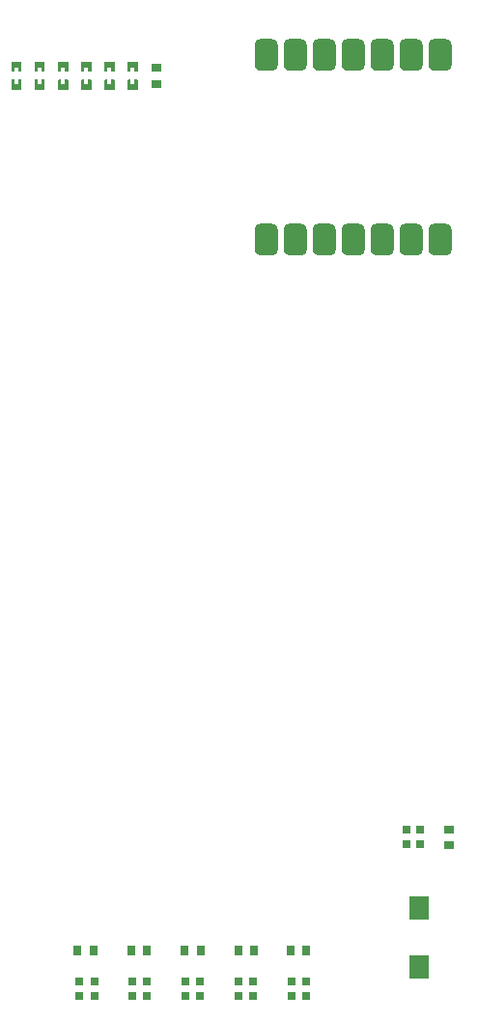
<source format=gtp>
G04 Layer: TopPasteMaskLayer*
G04 EasyEDA v6.5.15, 2022-09-14 21:09:58*
G04 b6703ba792d845058589b0d9c50fe8b8,8325645c73b1497a9d20913bdd0b9c8b,10*
G04 Gerber Generator version 0.2*
G04 Scale: 100 percent, Rotated: No, Reflected: No *
G04 Dimensions in millimeters *
G04 leading zeros omitted , absolute positions ,4 integer and 5 decimal *
%FSLAX45Y45*%
%MOMM*%

%AMMACRO1*21,1,$1,$2,0,0,$3*%
%ADD10MACRO1,1.62X2.0464X0.0000*%
%ADD11R,0.8000X0.9000*%
%ADD12R,0.8000X0.7000*%
%ADD13R,0.9000X0.8000*%
%ADD14R,0.7000X0.8000*%
%ADD15R,0.0165X0.8000*%

%LPD*%
G36*
X1934514Y3985310D02*
G01*
X1929536Y3980281D01*
X1929536Y3900322D01*
X1934514Y3895293D01*
X1957324Y3895293D01*
X1957324Y3932326D01*
X1990343Y3932326D01*
X1990343Y3895293D01*
X2014524Y3895293D01*
X2019554Y3900322D01*
X2019554Y3980281D01*
X2014524Y3985310D01*
G37*
G36*
X1934514Y3825290D02*
G01*
X1929536Y3820312D01*
X1929536Y3741318D01*
X1934514Y3736289D01*
X2014524Y3736289D01*
X2019554Y3741318D01*
X2019554Y3820312D01*
X2014524Y3825290D01*
X1990343Y3825290D01*
X1990343Y3787292D01*
X1957324Y3787292D01*
X1957324Y3825290D01*
G37*
G36*
X1730756Y3985310D02*
G01*
X1725777Y3980281D01*
X1725777Y3900322D01*
X1730756Y3895293D01*
X1753565Y3895293D01*
X1753565Y3932326D01*
X1786534Y3932326D01*
X1786534Y3895293D01*
X1810766Y3895293D01*
X1815744Y3900322D01*
X1815744Y3980281D01*
X1810766Y3985310D01*
G37*
G36*
X1730756Y3825290D02*
G01*
X1725777Y3820312D01*
X1725777Y3741318D01*
X1730756Y3736289D01*
X1810766Y3736289D01*
X1815744Y3741318D01*
X1815744Y3820312D01*
X1810766Y3825290D01*
X1786534Y3825290D01*
X1786534Y3787292D01*
X1753565Y3787292D01*
X1753565Y3825290D01*
G37*
G36*
X915669Y3985310D02*
G01*
X910691Y3980281D01*
X910691Y3900322D01*
X915669Y3895293D01*
X938479Y3895293D01*
X938479Y3932326D01*
X971448Y3932326D01*
X971448Y3895293D01*
X995680Y3895293D01*
X1000658Y3900322D01*
X1000658Y3980281D01*
X995680Y3985310D01*
G37*
G36*
X915669Y3825290D02*
G01*
X910691Y3820312D01*
X910691Y3741318D01*
X915669Y3736289D01*
X995680Y3736289D01*
X1000658Y3741318D01*
X1000658Y3820312D01*
X995680Y3825290D01*
X971448Y3825290D01*
X971448Y3787292D01*
X938479Y3787292D01*
X938479Y3825290D01*
G37*
G36*
X1119428Y3985310D02*
G01*
X1114450Y3980281D01*
X1114450Y3900322D01*
X1119428Y3895293D01*
X1142238Y3895293D01*
X1142238Y3932326D01*
X1175258Y3932326D01*
X1175258Y3895293D01*
X1199438Y3895293D01*
X1204468Y3900322D01*
X1204468Y3980281D01*
X1199438Y3985310D01*
G37*
G36*
X1119428Y3825290D02*
G01*
X1114450Y3820312D01*
X1114450Y3741318D01*
X1119428Y3736289D01*
X1199438Y3736289D01*
X1204468Y3741318D01*
X1204468Y3820312D01*
X1199438Y3825290D01*
X1175258Y3825290D01*
X1175258Y3787292D01*
X1142238Y3787292D01*
X1142238Y3825290D01*
G37*
G36*
X1323238Y3985310D02*
G01*
X1318209Y3980281D01*
X1318209Y3900322D01*
X1323238Y3895293D01*
X1345996Y3895293D01*
X1345996Y3932326D01*
X1379016Y3932326D01*
X1379016Y3895293D01*
X1403197Y3895293D01*
X1408226Y3900322D01*
X1408226Y3980281D01*
X1403197Y3985310D01*
G37*
G36*
X1323238Y3825290D02*
G01*
X1318209Y3820312D01*
X1318209Y3741318D01*
X1323238Y3736289D01*
X1403197Y3736289D01*
X1408226Y3741318D01*
X1408226Y3820312D01*
X1403197Y3825290D01*
X1379016Y3825290D01*
X1379016Y3787292D01*
X1345996Y3787292D01*
X1345996Y3825290D01*
G37*
G36*
X1526997Y3985310D02*
G01*
X1521968Y3980281D01*
X1521968Y3900322D01*
X1526997Y3895293D01*
X1549806Y3895293D01*
X1549806Y3932326D01*
X1582775Y3932326D01*
X1582775Y3895293D01*
X1607007Y3895293D01*
X1611985Y3900322D01*
X1611985Y3980281D01*
X1607007Y3985310D01*
G37*
G36*
X1526997Y3825290D02*
G01*
X1521968Y3820312D01*
X1521968Y3741318D01*
X1526997Y3736289D01*
X1607007Y3736289D01*
X1611985Y3741318D01*
X1611985Y3820312D01*
X1607007Y3825290D01*
X1582775Y3825290D01*
X1582775Y3787292D01*
X1549806Y3787292D01*
X1549806Y3825290D01*
G37*
D10*
G01*
X4483102Y-3939545D03*
G01*
X4483102Y-3426449D03*
G36*
X3195497Y4181500D02*
G01*
X3201517Y4181144D01*
X3207461Y4180052D01*
X3213227Y4178249D01*
X3218738Y4175785D01*
X3223895Y4172661D01*
X3228644Y4168927D01*
X3232937Y4164660D01*
X3236645Y4159910D01*
X3239770Y4154728D01*
X3242259Y4149242D01*
X3244037Y4143476D01*
X3245129Y4137532D01*
X3245510Y4131487D01*
X3245510Y3956507D01*
X3245129Y3950462D01*
X3244037Y3944543D01*
X3242259Y3938778D01*
X3239770Y3933266D01*
X3236645Y3928084D01*
X3232937Y3923334D01*
X3228644Y3919067D01*
X3223895Y3915359D01*
X3218738Y3912235D01*
X3213227Y3909745D01*
X3207461Y3907942D01*
X3201517Y3906875D01*
X3195497Y3906494D01*
X3095497Y3906494D01*
X3089478Y3906875D01*
X3083534Y3907942D01*
X3077768Y3909745D01*
X3072256Y3912235D01*
X3067100Y3915359D01*
X3062350Y3919067D01*
X3058083Y3923334D01*
X3054350Y3928084D01*
X3051225Y3933266D01*
X3048736Y3938778D01*
X3046958Y3944543D01*
X3045866Y3950462D01*
X3045510Y3956507D01*
X3045510Y4131487D01*
X3045866Y4137532D01*
X3046958Y4143476D01*
X3048736Y4149242D01*
X3051225Y4154728D01*
X3054350Y4159910D01*
X3058083Y4164660D01*
X3062350Y4168927D01*
X3067100Y4172661D01*
X3072256Y4175785D01*
X3077768Y4178249D01*
X3083534Y4180052D01*
X3089478Y4181144D01*
X3095497Y4181500D01*
G37*
G36*
X3449497Y4181500D02*
G01*
X3455517Y4181144D01*
X3461461Y4180052D01*
X3467227Y4178249D01*
X3472738Y4175785D01*
X3477895Y4172661D01*
X3482644Y4168927D01*
X3486911Y4164660D01*
X3490645Y4159910D01*
X3493770Y4154728D01*
X3496259Y4149242D01*
X3498037Y4143476D01*
X3499129Y4137532D01*
X3499510Y4131487D01*
X3499510Y3956507D01*
X3499129Y3950462D01*
X3498037Y3944543D01*
X3496259Y3938778D01*
X3493770Y3933266D01*
X3490645Y3928084D01*
X3486911Y3923334D01*
X3482644Y3919067D01*
X3477895Y3915359D01*
X3472738Y3912235D01*
X3467227Y3909745D01*
X3461461Y3907942D01*
X3455517Y3906875D01*
X3449497Y3906494D01*
X3349497Y3906494D01*
X3343478Y3906875D01*
X3337534Y3907942D01*
X3331768Y3909745D01*
X3326256Y3912235D01*
X3321100Y3915359D01*
X3316350Y3919067D01*
X3312083Y3923334D01*
X3308350Y3928084D01*
X3305225Y3933266D01*
X3302736Y3938778D01*
X3300958Y3944543D01*
X3299866Y3950462D01*
X3299510Y3956507D01*
X3299510Y4131487D01*
X3299866Y4137532D01*
X3300958Y4143476D01*
X3302736Y4149242D01*
X3305225Y4154728D01*
X3308350Y4159910D01*
X3312083Y4164660D01*
X3316350Y4168927D01*
X3321100Y4172661D01*
X3326256Y4175785D01*
X3331768Y4178249D01*
X3337534Y4180052D01*
X3343478Y4181144D01*
X3349497Y4181500D01*
G37*
G36*
X3703497Y4181500D02*
G01*
X3709517Y4181144D01*
X3715461Y4180052D01*
X3721227Y4178249D01*
X3726738Y4175785D01*
X3731895Y4172661D01*
X3736644Y4168927D01*
X3740911Y4164660D01*
X3744645Y4159910D01*
X3747770Y4154728D01*
X3750259Y4149242D01*
X3752037Y4143476D01*
X3753129Y4137532D01*
X3753510Y4131487D01*
X3753510Y3956507D01*
X3753129Y3950462D01*
X3752037Y3944543D01*
X3750259Y3938778D01*
X3747770Y3933266D01*
X3744645Y3928084D01*
X3740911Y3923334D01*
X3736644Y3919067D01*
X3731895Y3915359D01*
X3726738Y3912235D01*
X3721227Y3909745D01*
X3715461Y3907942D01*
X3709517Y3906875D01*
X3703497Y3906494D01*
X3603497Y3906494D01*
X3597478Y3906875D01*
X3591534Y3907942D01*
X3585768Y3909745D01*
X3580256Y3912235D01*
X3575100Y3915359D01*
X3570350Y3919067D01*
X3566083Y3923334D01*
X3562350Y3928084D01*
X3559225Y3933266D01*
X3556736Y3938778D01*
X3554958Y3944543D01*
X3553866Y3950462D01*
X3553510Y3956507D01*
X3553510Y4131487D01*
X3553866Y4137532D01*
X3554958Y4143476D01*
X3556736Y4149242D01*
X3559225Y4154728D01*
X3562350Y4159910D01*
X3566083Y4164660D01*
X3570350Y4168927D01*
X3575100Y4172661D01*
X3580256Y4175785D01*
X3585768Y4178249D01*
X3591534Y4180052D01*
X3597478Y4181144D01*
X3603497Y4181500D01*
G37*
G36*
X3957497Y4181500D02*
G01*
X3963517Y4181144D01*
X3969461Y4180052D01*
X3975227Y4178249D01*
X3980738Y4175785D01*
X3985895Y4172661D01*
X3990644Y4168927D01*
X3994911Y4164660D01*
X3998645Y4159910D01*
X4001770Y4154728D01*
X4004259Y4149242D01*
X4006037Y4143476D01*
X4007129Y4137532D01*
X4007510Y4131487D01*
X4007510Y3956507D01*
X4007129Y3950462D01*
X4006037Y3944543D01*
X4004259Y3938778D01*
X4001770Y3933266D01*
X3998645Y3928084D01*
X3994911Y3923334D01*
X3990644Y3919067D01*
X3985895Y3915359D01*
X3980738Y3912235D01*
X3975227Y3909745D01*
X3969461Y3907942D01*
X3963517Y3906875D01*
X3957497Y3906494D01*
X3857497Y3906494D01*
X3851478Y3906875D01*
X3845534Y3907942D01*
X3839768Y3909745D01*
X3834256Y3912235D01*
X3829100Y3915359D01*
X3824350Y3919067D01*
X3820083Y3923334D01*
X3816350Y3928084D01*
X3813225Y3933266D01*
X3810736Y3938778D01*
X3808958Y3944543D01*
X3807866Y3950462D01*
X3807485Y3956507D01*
X3807485Y4131487D01*
X3807866Y4137532D01*
X3808958Y4143476D01*
X3810736Y4149242D01*
X3813225Y4154728D01*
X3816350Y4159910D01*
X3820083Y4164660D01*
X3824350Y4168927D01*
X3829100Y4172661D01*
X3834256Y4175785D01*
X3839768Y4178249D01*
X3845534Y4180052D01*
X3851478Y4181144D01*
X3857497Y4181500D01*
G37*
G36*
X4211497Y4181500D02*
G01*
X4217517Y4181144D01*
X4223461Y4180052D01*
X4229227Y4178249D01*
X4234738Y4175785D01*
X4239895Y4172661D01*
X4244644Y4168927D01*
X4248911Y4164660D01*
X4252645Y4159910D01*
X4255770Y4154728D01*
X4258259Y4149242D01*
X4260037Y4143476D01*
X4261129Y4137532D01*
X4261484Y4131487D01*
X4261484Y3956507D01*
X4261129Y3950462D01*
X4260037Y3944543D01*
X4258259Y3938778D01*
X4255770Y3933266D01*
X4252645Y3928084D01*
X4248911Y3923334D01*
X4244644Y3919067D01*
X4239895Y3915359D01*
X4234738Y3912235D01*
X4229227Y3909745D01*
X4223461Y3907942D01*
X4217517Y3906875D01*
X4211497Y3906494D01*
X4111497Y3906494D01*
X4105478Y3906875D01*
X4099534Y3907942D01*
X4093768Y3909745D01*
X4088256Y3912235D01*
X4083100Y3915359D01*
X4078350Y3919067D01*
X4074083Y3923334D01*
X4070350Y3928084D01*
X4067225Y3933266D01*
X4064736Y3938778D01*
X4062958Y3944543D01*
X4061866Y3950462D01*
X4061485Y3956507D01*
X4061485Y4131487D01*
X4061866Y4137532D01*
X4062958Y4143476D01*
X4064736Y4149242D01*
X4067225Y4154728D01*
X4070350Y4159910D01*
X4074083Y4164660D01*
X4078350Y4168927D01*
X4083100Y4172661D01*
X4088256Y4175785D01*
X4093768Y4178249D01*
X4099534Y4180052D01*
X4105478Y4181144D01*
X4111497Y4181500D01*
G37*
G36*
X4465497Y4181500D02*
G01*
X4471517Y4181144D01*
X4477461Y4180052D01*
X4483227Y4178249D01*
X4488738Y4175785D01*
X4493895Y4172661D01*
X4498644Y4168927D01*
X4502911Y4164660D01*
X4506645Y4159910D01*
X4509770Y4154728D01*
X4512259Y4149242D01*
X4514037Y4143476D01*
X4515129Y4137532D01*
X4515484Y4131487D01*
X4515484Y3956507D01*
X4515129Y3950462D01*
X4514037Y3944543D01*
X4512259Y3938778D01*
X4509770Y3933266D01*
X4506645Y3928084D01*
X4502911Y3923334D01*
X4498644Y3919067D01*
X4493895Y3915359D01*
X4488738Y3912235D01*
X4483227Y3909745D01*
X4477461Y3907942D01*
X4471517Y3906875D01*
X4465497Y3906494D01*
X4365497Y3906494D01*
X4359478Y3906875D01*
X4353534Y3907942D01*
X4347768Y3909745D01*
X4342256Y3912235D01*
X4337100Y3915359D01*
X4332350Y3919067D01*
X4328083Y3923334D01*
X4324350Y3928084D01*
X4321225Y3933266D01*
X4318736Y3938778D01*
X4316958Y3944543D01*
X4315866Y3950462D01*
X4315485Y3956507D01*
X4315485Y4131487D01*
X4315866Y4137532D01*
X4316958Y4143476D01*
X4318736Y4149242D01*
X4321225Y4154728D01*
X4324350Y4159910D01*
X4328083Y4164660D01*
X4332350Y4168927D01*
X4337100Y4172661D01*
X4342256Y4175785D01*
X4347768Y4178249D01*
X4353534Y4180052D01*
X4359478Y4181144D01*
X4365497Y4181500D01*
G37*
G36*
X4719497Y4181500D02*
G01*
X4725517Y4181144D01*
X4731461Y4180052D01*
X4737227Y4178249D01*
X4742738Y4175785D01*
X4747895Y4172661D01*
X4752644Y4168927D01*
X4756911Y4164660D01*
X4760645Y4159910D01*
X4763770Y4154728D01*
X4766259Y4149242D01*
X4768037Y4143476D01*
X4769129Y4137532D01*
X4769484Y4131487D01*
X4769484Y3956507D01*
X4769129Y3950462D01*
X4768037Y3944543D01*
X4766259Y3938778D01*
X4763770Y3933266D01*
X4760645Y3928084D01*
X4756911Y3923334D01*
X4752644Y3919067D01*
X4747895Y3915359D01*
X4742738Y3912235D01*
X4737227Y3909745D01*
X4731461Y3907942D01*
X4725517Y3906875D01*
X4719497Y3906494D01*
X4619497Y3906494D01*
X4613478Y3906875D01*
X4607534Y3907942D01*
X4601768Y3909745D01*
X4596256Y3912235D01*
X4591100Y3915359D01*
X4586350Y3919067D01*
X4582058Y3923334D01*
X4578350Y3928084D01*
X4575225Y3933266D01*
X4572736Y3938778D01*
X4570958Y3944543D01*
X4569866Y3950462D01*
X4569485Y3956507D01*
X4569485Y4131487D01*
X4569866Y4137532D01*
X4570958Y4143476D01*
X4572736Y4149242D01*
X4575225Y4154728D01*
X4578350Y4159910D01*
X4582058Y4164660D01*
X4586350Y4168927D01*
X4591100Y4172661D01*
X4596256Y4175785D01*
X4601768Y4178249D01*
X4607534Y4180052D01*
X4613478Y4181144D01*
X4619497Y4181500D01*
G37*
G36*
X3195497Y2564993D02*
G01*
X3201517Y2564637D01*
X3207461Y2563545D01*
X3213227Y2561742D01*
X3218738Y2559278D01*
X3223895Y2556154D01*
X3228644Y2552420D01*
X3232937Y2548153D01*
X3236645Y2543403D01*
X3239770Y2538247D01*
X3242259Y2532735D01*
X3244037Y2526969D01*
X3245129Y2521026D01*
X3245510Y2515006D01*
X3245510Y2340000D01*
X3245129Y2333980D01*
X3244037Y2328037D01*
X3242259Y2322271D01*
X3239770Y2316759D01*
X3236645Y2311603D01*
X3232937Y2306853D01*
X3228644Y2302586D01*
X3223895Y2298852D01*
X3218738Y2295728D01*
X3213227Y2293264D01*
X3207461Y2291461D01*
X3201517Y2290368D01*
X3195497Y2290013D01*
X3095497Y2290013D01*
X3089478Y2290368D01*
X3083534Y2291461D01*
X3077768Y2293264D01*
X3072256Y2295728D01*
X3067100Y2298852D01*
X3062350Y2302586D01*
X3058083Y2306853D01*
X3054350Y2311603D01*
X3051225Y2316759D01*
X3048736Y2322271D01*
X3046958Y2328037D01*
X3045866Y2333980D01*
X3045510Y2340000D01*
X3045510Y2515006D01*
X3045866Y2521026D01*
X3046958Y2526969D01*
X3048736Y2532735D01*
X3051225Y2538247D01*
X3054350Y2543403D01*
X3058083Y2548153D01*
X3062350Y2552420D01*
X3067100Y2556154D01*
X3072256Y2559278D01*
X3077768Y2561742D01*
X3083534Y2563545D01*
X3089478Y2564637D01*
X3095497Y2564993D01*
G37*
G36*
X3449497Y2564993D02*
G01*
X3455517Y2564637D01*
X3461461Y2563545D01*
X3467227Y2561742D01*
X3472738Y2559278D01*
X3477895Y2556154D01*
X3482644Y2552420D01*
X3486911Y2548153D01*
X3490645Y2543403D01*
X3493770Y2538247D01*
X3496259Y2532735D01*
X3498037Y2526969D01*
X3499129Y2521026D01*
X3499510Y2515006D01*
X3499510Y2340000D01*
X3499129Y2333980D01*
X3498037Y2328037D01*
X3496259Y2322271D01*
X3493770Y2316759D01*
X3490645Y2311603D01*
X3486911Y2306853D01*
X3482644Y2302586D01*
X3477895Y2298852D01*
X3472738Y2295728D01*
X3467227Y2293264D01*
X3461461Y2291461D01*
X3455517Y2290368D01*
X3449497Y2290013D01*
X3349497Y2290013D01*
X3343478Y2290368D01*
X3337534Y2291461D01*
X3331768Y2293264D01*
X3326256Y2295728D01*
X3321100Y2298852D01*
X3316350Y2302586D01*
X3312083Y2306853D01*
X3308350Y2311603D01*
X3305225Y2316759D01*
X3302736Y2322271D01*
X3300958Y2328037D01*
X3299866Y2333980D01*
X3299510Y2340000D01*
X3299510Y2515006D01*
X3299866Y2521026D01*
X3300958Y2526969D01*
X3302736Y2532735D01*
X3305225Y2538247D01*
X3308350Y2543403D01*
X3312083Y2548153D01*
X3316350Y2552420D01*
X3321100Y2556154D01*
X3326256Y2559278D01*
X3331768Y2561742D01*
X3337534Y2563545D01*
X3343478Y2564637D01*
X3349497Y2564993D01*
G37*
G36*
X3703497Y2564993D02*
G01*
X3709517Y2564637D01*
X3715461Y2563545D01*
X3721227Y2561742D01*
X3726738Y2559278D01*
X3731895Y2556154D01*
X3736644Y2552420D01*
X3740911Y2548153D01*
X3744645Y2543403D01*
X3747770Y2538247D01*
X3750259Y2532735D01*
X3752037Y2526969D01*
X3753129Y2521026D01*
X3753510Y2515006D01*
X3753510Y2340000D01*
X3753129Y2333980D01*
X3752037Y2328037D01*
X3750259Y2322271D01*
X3747770Y2316759D01*
X3744645Y2311603D01*
X3740911Y2306853D01*
X3736644Y2302586D01*
X3731895Y2298852D01*
X3726738Y2295728D01*
X3721227Y2293264D01*
X3715461Y2291461D01*
X3709517Y2290368D01*
X3703497Y2290013D01*
X3603497Y2290013D01*
X3597478Y2290368D01*
X3591534Y2291461D01*
X3585768Y2293264D01*
X3580256Y2295728D01*
X3575100Y2298852D01*
X3570350Y2302586D01*
X3566083Y2306853D01*
X3562350Y2311603D01*
X3559225Y2316759D01*
X3556736Y2322271D01*
X3554958Y2328037D01*
X3553866Y2333980D01*
X3553510Y2340000D01*
X3553510Y2515006D01*
X3553866Y2521026D01*
X3554958Y2526969D01*
X3556736Y2532735D01*
X3559225Y2538247D01*
X3562350Y2543403D01*
X3566083Y2548153D01*
X3570350Y2552420D01*
X3575100Y2556154D01*
X3580256Y2559278D01*
X3585768Y2561742D01*
X3591534Y2563545D01*
X3597478Y2564637D01*
X3603497Y2564993D01*
G37*
G36*
X3957497Y2564993D02*
G01*
X3963517Y2564637D01*
X3969461Y2563545D01*
X3975227Y2561742D01*
X3980738Y2559278D01*
X3985895Y2556154D01*
X3990644Y2552420D01*
X3994911Y2548153D01*
X3998645Y2543403D01*
X4001770Y2538247D01*
X4004259Y2532735D01*
X4006037Y2526969D01*
X4007129Y2521026D01*
X4007510Y2515006D01*
X4007510Y2340000D01*
X4007129Y2333980D01*
X4006037Y2328037D01*
X4004259Y2322271D01*
X4001770Y2316759D01*
X3998645Y2311603D01*
X3994911Y2306853D01*
X3990644Y2302586D01*
X3985895Y2298852D01*
X3980738Y2295728D01*
X3975227Y2293264D01*
X3969461Y2291461D01*
X3963517Y2290368D01*
X3957497Y2290013D01*
X3857497Y2290013D01*
X3851478Y2290368D01*
X3845534Y2291461D01*
X3839768Y2293264D01*
X3834256Y2295728D01*
X3829100Y2298852D01*
X3824350Y2302586D01*
X3820083Y2306853D01*
X3816350Y2311603D01*
X3813225Y2316759D01*
X3810736Y2322271D01*
X3808958Y2328037D01*
X3807866Y2333980D01*
X3807485Y2340000D01*
X3807485Y2515006D01*
X3807866Y2521026D01*
X3808958Y2526969D01*
X3810736Y2532735D01*
X3813225Y2538247D01*
X3816350Y2543403D01*
X3820083Y2548153D01*
X3824350Y2552420D01*
X3829100Y2556154D01*
X3834256Y2559278D01*
X3839768Y2561742D01*
X3845534Y2563545D01*
X3851478Y2564637D01*
X3857497Y2564993D01*
G37*
G36*
X4211497Y2564993D02*
G01*
X4217517Y2564637D01*
X4223461Y2563545D01*
X4229227Y2561742D01*
X4234738Y2559278D01*
X4239895Y2556154D01*
X4244644Y2552420D01*
X4248911Y2548153D01*
X4252645Y2543403D01*
X4255770Y2538247D01*
X4258259Y2532735D01*
X4260037Y2526969D01*
X4261129Y2521026D01*
X4261484Y2515006D01*
X4261484Y2340000D01*
X4261129Y2333980D01*
X4260037Y2328037D01*
X4258259Y2322271D01*
X4255770Y2316759D01*
X4252645Y2311603D01*
X4248911Y2306853D01*
X4244644Y2302586D01*
X4239895Y2298852D01*
X4234738Y2295728D01*
X4229227Y2293264D01*
X4223461Y2291461D01*
X4217517Y2290368D01*
X4211497Y2290013D01*
X4111497Y2290013D01*
X4105478Y2290368D01*
X4099534Y2291461D01*
X4093768Y2293264D01*
X4088256Y2295728D01*
X4083100Y2298852D01*
X4078350Y2302586D01*
X4074083Y2306853D01*
X4070350Y2311603D01*
X4067225Y2316759D01*
X4064736Y2322271D01*
X4062958Y2328037D01*
X4061866Y2333980D01*
X4061485Y2340000D01*
X4061485Y2515006D01*
X4061866Y2521026D01*
X4062958Y2526969D01*
X4064736Y2532735D01*
X4067225Y2538247D01*
X4070350Y2543403D01*
X4074083Y2548153D01*
X4078350Y2552420D01*
X4083100Y2556154D01*
X4088256Y2559278D01*
X4093768Y2561742D01*
X4099534Y2563545D01*
X4105478Y2564637D01*
X4111497Y2564993D01*
G37*
G36*
X4465497Y2564993D02*
G01*
X4471517Y2564637D01*
X4477461Y2563545D01*
X4483227Y2561742D01*
X4488738Y2559278D01*
X4493895Y2556154D01*
X4498644Y2552420D01*
X4502911Y2548153D01*
X4506645Y2543403D01*
X4509770Y2538247D01*
X4512259Y2532735D01*
X4514037Y2526969D01*
X4515129Y2521026D01*
X4515484Y2515006D01*
X4515484Y2340000D01*
X4515129Y2333980D01*
X4514037Y2328037D01*
X4512259Y2322271D01*
X4509770Y2316759D01*
X4506645Y2311603D01*
X4502911Y2306853D01*
X4498644Y2302586D01*
X4493895Y2298852D01*
X4488738Y2295728D01*
X4483227Y2293264D01*
X4477461Y2291461D01*
X4471517Y2290368D01*
X4465497Y2290013D01*
X4365497Y2290013D01*
X4359478Y2290368D01*
X4353534Y2291461D01*
X4347768Y2293264D01*
X4342256Y2295728D01*
X4337100Y2298852D01*
X4332350Y2302586D01*
X4328083Y2306853D01*
X4324350Y2311603D01*
X4321225Y2316759D01*
X4318736Y2322271D01*
X4316958Y2328037D01*
X4315866Y2333980D01*
X4315485Y2340000D01*
X4315485Y2515006D01*
X4315866Y2521026D01*
X4316958Y2526969D01*
X4318736Y2532735D01*
X4321225Y2538247D01*
X4324350Y2543403D01*
X4328083Y2548153D01*
X4332350Y2552420D01*
X4337100Y2556154D01*
X4342256Y2559278D01*
X4347768Y2561742D01*
X4353534Y2563545D01*
X4359478Y2564637D01*
X4365497Y2564993D01*
G37*
G36*
X4719497Y2564993D02*
G01*
X4725517Y2564637D01*
X4731461Y2563545D01*
X4737227Y2561742D01*
X4742738Y2559278D01*
X4747895Y2556154D01*
X4752644Y2552420D01*
X4756911Y2548153D01*
X4760645Y2543403D01*
X4763770Y2538247D01*
X4766259Y2532735D01*
X4768037Y2526969D01*
X4769129Y2521026D01*
X4769484Y2515006D01*
X4769484Y2340000D01*
X4769129Y2333980D01*
X4768037Y2328037D01*
X4766259Y2322271D01*
X4763770Y2316759D01*
X4760645Y2311603D01*
X4756911Y2306853D01*
X4752644Y2302586D01*
X4747895Y2298852D01*
X4742738Y2295728D01*
X4737227Y2293264D01*
X4731461Y2291461D01*
X4725517Y2290368D01*
X4719497Y2290013D01*
X4619497Y2290013D01*
X4613478Y2290368D01*
X4607534Y2291461D01*
X4601768Y2293264D01*
X4596256Y2295728D01*
X4591100Y2298852D01*
X4586350Y2302586D01*
X4582058Y2306853D01*
X4578350Y2311603D01*
X4575225Y2316759D01*
X4572736Y2322271D01*
X4570958Y2328037D01*
X4569866Y2333980D01*
X4569485Y2340000D01*
X4569485Y2515006D01*
X4569866Y2521026D01*
X4570958Y2526969D01*
X4572736Y2532735D01*
X4575225Y2538247D01*
X4578350Y2543403D01*
X4582058Y2548153D01*
X4586350Y2552420D01*
X4591100Y2556154D01*
X4596256Y2559278D01*
X4601768Y2561742D01*
X4607534Y2563545D01*
X4613478Y2564637D01*
X4619497Y2564993D01*
G37*
D11*
G01*
X3358997Y-3797300D03*
G01*
X3499002Y-3797300D03*
D12*
G01*
X3364001Y-4073855D03*
G01*
X3493998Y-4073855D03*
G01*
X3493998Y-4193844D03*
G01*
X3364001Y-4193844D03*
D13*
G01*
X2184400Y3790797D03*
G01*
X2184400Y3930802D03*
G01*
X4749800Y-2736697D03*
G01*
X4749800Y-2876702D03*
D11*
G01*
X1492097Y-3797300D03*
G01*
X1632102Y-3797300D03*
G01*
X1961997Y-3797300D03*
G01*
X2102002Y-3797300D03*
G01*
X2429992Y-3797300D03*
G01*
X2569997Y-3797300D03*
G01*
X2901797Y-3797300D03*
G01*
X3041802Y-3797300D03*
D14*
G01*
X4492294Y-2741701D03*
G01*
X4492294Y-2871698D03*
G01*
X4372305Y-2871698D03*
G01*
X4372305Y-2741701D03*
D12*
G01*
X1506626Y-4073855D03*
G01*
X1636623Y-4073855D03*
G01*
X1636623Y-4193844D03*
G01*
X1506626Y-4193844D03*
G01*
X1970963Y-4073855D03*
G01*
X2100961Y-4073855D03*
G01*
X2100961Y-4193844D03*
G01*
X1970963Y-4193844D03*
G01*
X2435301Y-4073855D03*
G01*
X2565323Y-4073855D03*
G01*
X2565323Y-4193844D03*
G01*
X2435301Y-4193844D03*
G01*
X2899663Y-4073855D03*
G01*
X3029661Y-4073855D03*
G01*
X3029661Y-4193844D03*
G01*
X2899663Y-4193844D03*
M02*

</source>
